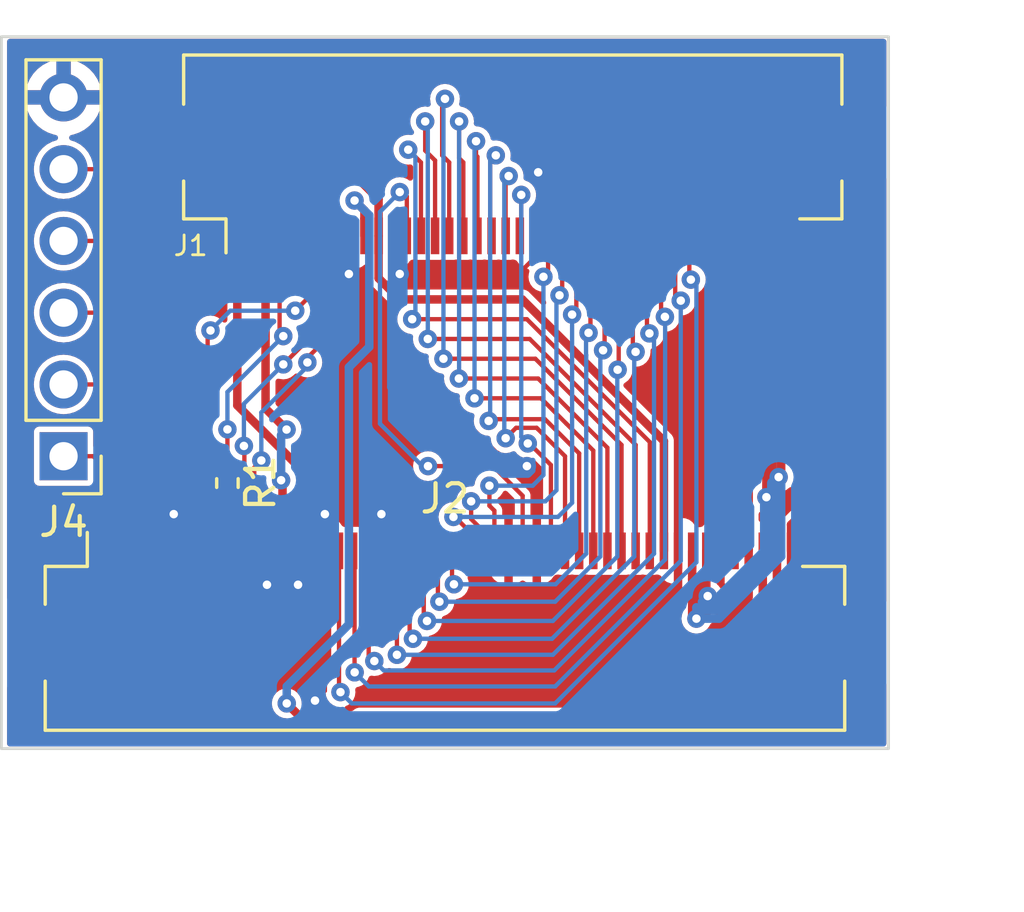
<source format=kicad_pcb>
(kicad_pcb (version 20240108) (generator "pcbnew") (generator_version "8.0")
  (layers (0 "F.Cu" signal) (31 "B.Cu" signal) (34 "B.Paste" user) (35 "F.Paste" user) (36 "B.SilkS" user "B.Silkscreen") (37 "F.SilkS" user "F.Silkscreen") (38 "B.Mask" user) (39 "F.Mask" user) (44 "Edge.Cuts" user))
  (net 0 "")
  (net 1 "VGL")
  (net 2 "GND")
  (net 3 "VGH")
  (net 4 "VCOM")
  (net 5 "VPOS")
  (net 6 "VNEG")
  (net 7 "+3V3")
  (net 10 "/BORDER")
  (net 14 "/GDOE")
  (net 15 "/GDCLK")
  (net 16 "/GDSP")
  (net 17 "/ESDCLK")
  (net 18 "/ED0")
  (net 19 "/ED8")
  (net 20 "/ED1")
  (net 21 "/ED9")
  (net 22 "/ED2")
  (net 23 "/ED10")
  (net 24 "/ED3")
  (net 25 "/ED11")
  (net 26 "/ED4")
  (net 27 "/ED12")
  (net 28 "/ED5")
  (net 29 "/ED13")
  (net 30 "/ED6")
  (net 31 "/ED14")
  (net 32 "/ED7")
  (net 33 "/ED15")
  (net 34 "/SDCE0")
  (net 35 "/ESDLE")
  (net 36 "/ESDOE")
  (net 39 "/SPI_VDD")
  (net 41 "/SPI_SCLK")
  (net 42 "Net-(J2-Pin_10)")
  (net 43 "/SPI_MISO")
  (net 44 "/SPI_MOSI")
  (net 45 "/SPI_NCS")
  (footprint "Connector_PinHeader_2.54mm:PinHeader_1x06_P2.54mm_Vertical" (layer "F.Cu") (at 150 87.85 180)
    (property "Reference" "J4" (at 0 -2.33 180) (layer "F.SilkS"))
    (property "Value" "DNP")
    (pad "1" thru_hole rect (at 0 0 180) (size 1.7 1.7) (drill 1) (layers "*.Cu" "*.Mask") (net 43 "/SPI_MISO"))
    (pad "2" thru_hole oval (at 0 2.54 180) (size 1.7 1.7) (drill 1) (layers "*.Cu" "*.Mask") (net 44 "/SPI_MOSI"))
    (pad "3" thru_hole oval (at 0 5.08 180) (size 1.7 1.7) (drill 1) (layers "*.Cu" "*.Mask") (net 45 "/SPI_NCS"))
    (pad "4" thru_hole oval (at 0 7.62 180) (size 1.7 1.7) (drill 1) (layers "*.Cu" "*.Mask") (net 41 "/SPI_SCLK"))
    (pad "5" thru_hole oval (at 0 10.16 180) (size 1.7 1.7) (drill 1) (layers "*.Cu" "*.Mask") (net 39 "/SPI_VDD"))
    (pad "6" thru_hole oval (at 0 12.7 180) (size 1.7 1.7) (drill 1) (layers "*.Cu" "*.Mask") (net 2 "GND"))
  )
  (footprint "Resistor_SMD:R_0402_1005Metric" (layer "F.Cu") (at 155.8 88.8 -90)
    (property "Reference" "R1" (at 0 -1.17 90) (layer "F.SilkS"))
    (property "Value" "10K")
    (pad "1" smd roundrect (at -0.51 0 270) (size 0.54 0.64) (layers "F.Cu" "F.Paste" "F.Mask") (net 7 "+3V3"))
    (pad "2" smd roundrect (at 0.51 0 270) (size 0.54 0.64) (layers "F.Cu" "F.Paste" "F.Mask") (net 42 "Net-(J2-Pin_10)"))
  )
  (footprint "footprints:Hirose_FH12-40S-0.5SH_1x40-1MP_P0.50mm_Horizontal_Reversed" (layer "F.Cu") (at 165.9 78.15 180)
    (property "Reference" "J1" (at 11.4 -2.25 0) (layer "F.SilkS") (effects (font (size 0.7 0.7) (thickness 0.1))))
    (property "Value" "FH12-40S-0.5SH")
    (pad "1" smd rect (at 9.75 -1.9) (size 0.3 1.3) (layers "F.Cu" "F.Paste" "F.Mask") (net 1 "VGL"))
    (pad "2" smd rect (at 9.25 -1.9) (size 0.3 1.3) (layers "F.Cu" "F.Paste" "F.Mask"))
    (pad "3" smd rect (at 8.75 -1.9) (size 0.3 1.3) (layers "F.Cu" "F.Paste" "F.Mask") (net 3 "VGH"))
    (pad "4" smd rect (at 8.25 -1.9) (size 0.3 1.3) (layers "F.Cu" "F.Paste" "F.Mask"))
    (pad "5" smd rect (at 7.75 -1.9) (size 0.3 1.3) (layers "F.Cu" "F.Paste" "F.Mask") (net 7 "+3V3"))
    (pad "6" smd rect (at 7.25 -1.9) (size 0.3 1.3) (layers "F.Cu" "F.Paste" "F.Mask") (net 14 "/GDOE"))
    (pad "7" smd rect (at 6.75 -1.9) (size 0.3 1.3) (layers "F.Cu" "F.Paste" "F.Mask") (net 15 "/GDCLK"))
    (pad "8" smd rect (at 6.25 -1.9) (size 0.3 1.3) (layers "F.Cu" "F.Paste" "F.Mask") (net 16 "/GDSP"))
    (pad "9" smd rect (at 5.75 -1.9) (size 0.3 1.3) (layers "F.Cu" "F.Paste" "F.Mask") (net 2 "GND"))
    (pad "10" smd rect (at 5.25 -1.9) (size 0.3 1.3) (layers "F.Cu" "F.Paste" "F.Mask") (net 4 "VCOM"))
    (pad "11" smd rect (at 4.75 -1.9) (size 0.3 1.3) (layers "F.Cu" "F.Paste" "F.Mask") (net 7 "+3V3"))
    (pad "12" smd rect (at 4.25 -1.9) (size 0.3 1.3) (layers "F.Cu" "F.Paste" "F.Mask") (net 2 "GND"))
    (pad "13" smd rect (at 3.75 -1.9) (size 0.3 1.3) (layers "F.Cu" "F.Paste" "F.Mask") (net 17 "/ESDCLK"))
    (pad "14" smd rect (at 3.25 -1.9) (size 0.3 1.3) (layers "F.Cu" "F.Paste" "F.Mask") (net 18 "/ED0"))
    (pad "15" smd rect (at 2.75 -1.9) (size 0.3 1.3) (layers "F.Cu" "F.Paste" "F.Mask") (net 20 "/ED1"))
    (pad "16" smd rect (at 2.25 -1.9) (size 0.3 1.3) (layers "F.Cu" "F.Paste" "F.Mask") (net 22 "/ED2"))
    (pad "17" smd rect (at 1.75 -1.9) (size 0.3 1.3) (layers "F.Cu" "F.Paste" "F.Mask") (net 24 "/ED3"))
    (pad "18" smd rect (at 1.25 -1.9) (size 0.3 1.3) (layers "F.Cu" "F.Paste" "F.Mask") (net 26 "/ED4"))
    (pad "19" smd rect (at 0.75 -1.9) (size 0.3 1.3) (layers "F.Cu" "F.Paste" "F.Mask") (net 28 "/ED5"))
    (pad "20" smd rect (at 0.25 -1.9) (size 0.3 1.3) (layers "F.Cu" "F.Paste" "F.Mask") (net 30 "/ED6"))
    (pad "21" smd rect (at -0.25 -1.9) (size 0.3 1.3) (layers "F.Cu" "F.Paste" "F.Mask") (net 32 "/ED7"))
    (pad "22" smd rect (at -0.75 -1.9) (size 0.3 1.3) (layers "F.Cu" "F.Paste" "F.Mask") (net 2 "GND"))
    (pad "23" smd rect (at -1.25 -1.9) (size 0.3 1.3) (layers "F.Cu" "F.Paste" "F.Mask") (net 19 "/ED8"))
    (pad "24" smd rect (at -1.75 -1.9) (size 0.3 1.3) (layers "F.Cu" "F.Paste" "F.Mask") (net 21 "/ED9"))
    (pad "25" smd rect (at -2.25 -1.9) (size 0.3 1.3) (layers "F.Cu" "F.Paste" "F.Mask") (net 23 "/ED10"))
    (pad "26" smd rect (at -2.75 -1.9) (size 0.3 1.3) (layers "F.Cu" "F.Paste" "F.Mask") (net 25 "/ED11"))
    (pad "27" smd rect (at -3.25 -1.9) (size 0.3 1.3) (layers "F.Cu" "F.Paste" "F.Mask") (net 27 "/ED12"))
    (pad "28" smd rect (at -3.75 -1.9) (size 0.3 1.3) (layers "F.Cu" "F.Paste" "F.Mask") (net 29 "/ED13"))
    (pad "29" smd rect (at -4.25 -1.9) (size 0.3 1.3) (layers "F.Cu" "F.Paste" "F.Mask") (net 31 "/ED14"))
    (pad "30" smd rect (at -4.75 -1.9) (size 0.3 1.3) (layers "F.Cu" "F.Paste" "F.Mask") (net 33 "/ED15"))
    (pad "31" smd rect (at -5.25 -1.9) (size 0.3 1.3) (layers "F.Cu" "F.Paste" "F.Mask") (net 34 "/SDCE0"))
    (pad "32" smd rect (at -5.75 -1.9) (size 0.3 1.3) (layers "F.Cu" "F.Paste" "F.Mask") (net 35 "/ESDLE"))
    (pad "33" smd rect (at -6.25 -1.9) (size 0.3 1.3) (layers "F.Cu" "F.Paste" "F.Mask") (net 36 "/ESDOE"))
    (pad "34" smd rect (at -6.75 -1.9) (size 0.3 1.3) (layers "F.Cu" "F.Paste" "F.Mask"))
    (pad "35" smd rect (at -7.25 -1.9) (size 0.3 1.3) (layers "F.Cu" "F.Paste" "F.Mask"))
    (pad "36" smd rect (at -7.75 -1.9) (size 0.3 1.3) (layers "F.Cu" "F.Paste" "F.Mask") (net 5 "VPOS"))
    (pad "37" smd rect (at -8.25 -1.9) (size 0.3 1.3) (layers "F.Cu" "F.Paste" "F.Mask"))
    (pad "38" smd rect (at -8.75 -1.9) (size 0.3 1.3) (layers "F.Cu" "F.Paste" "F.Mask") (net 6 "VNEG"))
    (pad "39" smd rect (at -9.25 -1.9) (size 0.3 1.3) (layers "F.Cu" "F.Paste" "F.Mask"))
    (pad "40" smd rect (at -9.75 -1.9) (size 0.3 1.3) (layers "F.Cu" "F.Paste" "F.Mask") (net 10 "/BORDER"))
    (pad "MP" smd rect (at -11.65 1.4 180) (size 1.8 2.2) (layers "F.Cu" "F.Paste" "F.Mask") (net 2 "GND"))
    (pad "MP" smd rect (at 11.65 1.4 180) (size 1.8 2.2) (layers "F.Cu" "F.Paste" "F.Mask") (net 2 "GND"))
  )
  (footprint "Connector_FFC-FPC:Hirose_FH12-50S-0.5SH_1x50-1MP_P0.50mm_Horizontal" (layer "F.Cu") (at 163.5 93.05)
    (property "Reference" "J2" (at 0 -3.7 0) (layer "F.SilkS"))
    (property "Value" "FH28-50S-0.5SH")
    (pad "1" smd rect (at -12.25 -1.85) (size 0.3 1.3) (layers "F.Cu" "F.Paste" "F.Mask") (net 43 "/SPI_MISO"))
    (pad "2" smd rect (at -11.75 -1.85) (size 0.3 1.3) (layers "F.Cu" "F.Paste" "F.Mask") (net 44 "/SPI_MOSI"))
    (pad "3" smd rect (at -11.25 -1.85) (size 0.3 1.3) (layers "F.Cu" "F.Paste" "F.Mask") (net 45 "/SPI_NCS"))
    (pad "4" smd rect (at -10.75 -1.85) (size 0.3 1.3) (layers "F.Cu" "F.Paste" "F.Mask") (net 41 "/SPI_SCLK"))
    (pad "5" smd rect (at -10.25 -1.85) (size 0.3 1.3) (layers "F.Cu" "F.Paste" "F.Mask") (net 39 "/SPI_VDD"))
    (pad "6" smd rect (at -9.75 -1.85) (size 0.3 1.3) (layers "F.Cu" "F.Paste" "F.Mask") (net 2 "GND"))
    (pad "7" smd rect (at -9.25 -1.85) (size 0.3 1.3) (layers "F.Cu" "F.Paste" "F.Mask"))
    (pad "8" smd rect (at -8.75 -1.85) (size 0.3 1.3) (layers "F.Cu" "F.Paste" "F.Mask"))
    (pad "9" smd rect (at -8.25 -1.85) (size 0.3 1.3) (layers "F.Cu" "F.Paste" "F.Mask") (net 14 "/GDOE"))
    (pad "10" smd rect (at -7.75 -1.85) (size 0.3 1.3) (layers "F.Cu" "F.Paste" "F.Mask") (net 42 "Net-(J2-Pin_10)"))
    (pad "11" smd rect (at -7.25 -1.85) (size 0.3 1.3) (layers "F.Cu" "F.Paste" "F.Mask") (net 15 "/GDCLK"))
    (pad "12" smd rect (at -6.75 -1.85) (size 0.3 1.3) (layers "F.Cu" "F.Paste" "F.Mask") (net 16 "/GDSP"))
    (pad "13" smd rect (at -6.25 -1.85) (size 0.3 1.3) (layers "F.Cu" "F.Paste" "F.Mask") (net 2 "GND"))
    (pad "14" smd rect (at -5.75 -1.85) (size 0.3 1.3) (layers "F.Cu" "F.Paste" "F.Mask") (net 3 "VGH"))
    (pad "15" smd rect (at -5.25 -1.85) (size 0.3 1.3) (layers "F.Cu" "F.Paste" "F.Mask") (net 2 "GND"))
    (pad "16" smd rect (at -4.75 -1.85) (size 0.3 1.3) (layers "F.Cu" "F.Paste" "F.Mask") (net 1 "VGL"))
    (pad "17" smd rect (at -4.25 -1.85) (size 0.3 1.3) (layers "F.Cu" "F.Paste" "F.Mask") (net 2 "GND"))
    (pad "18" smd rect (at -3.75 -1.85) (size 0.3 1.3) (layers "F.Cu" "F.Paste" "F.Mask") (net 36 "/ESDOE"))
    (pad "19" smd rect (at -3.25 -1.85) (size 0.3 1.3) (layers "F.Cu" "F.Paste" "F.Mask") (net 35 "/ESDLE"))
    (pad "20" smd rect (at -2.75 -1.85) (size 0.3 1.3) (layers "F.Cu" "F.Paste" "F.Mask") (net 34 "/SDCE0"))
    (pad "21" smd rect (at -2.25 -1.85) (size 0.3 1.3) (layers "F.Cu" "F.Paste" "F.Mask") (net 2 "GND"))
    (pad "22" smd rect (at -1.75 -1.85) (size 0.3 1.3) (layers "F.Cu" "F.Paste" "F.Mask") (net 33 "/ED15"))
    (pad "23" smd rect (at -1.25 -1.85) (size 0.3 1.3) (layers "F.Cu" "F.Paste" "F.Mask") (net 31 "/ED14"))
    (pad "24" smd rect (at -0.75 -1.85) (size 0.3 1.3) (layers "F.Cu" "F.Paste" "F.Mask") (net 29 "/ED13"))
    (pad "25" smd rect (at -0.25 -1.85) (size 0.3 1.3) (layers "F.Cu" "F.Paste" "F.Mask") (net 27 "/ED12"))
    (pad "26" smd rect (at 0.25 -1.85) (size 0.3 1.3) (layers "F.Cu" "F.Paste" "F.Mask") (net 25 "/ED11"))
    (pad "27" smd rect (at 0.75 -1.85) (size 0.3 1.3) (layers "F.Cu" "F.Paste" "F.Mask") (net 23 "/ED10"))
    (pad "28" smd rect (at 1.25 -1.85) (size 0.3 1.3) (layers "F.Cu" "F.Paste" "F.Mask") (net 21 "/ED9"))
    (pad "29" smd rect (at 1.75 -1.85) (size 0.3 1.3) (layers "F.Cu" "F.Paste" "F.Mask") (net 19 "/ED8"))
    (pad "30" smd rect (at 2.25 -1.85) (size 0.3 1.3) (layers "F.Cu" "F.Paste" "F.Mask") (net 2 "GND"))
    (pad "31" smd rect (at 2.75 -1.85) (size 0.3 1.3) (layers "F.Cu" "F.Paste" "F.Mask") (net 17 "/ESDCLK"))
    (pad "32" smd rect (at 3.25 -1.85) (size 0.3 1.3) (layers "F.Cu" "F.Paste" "F.Mask") (net 2 "GND"))
    (pad "33" smd rect (at 3.75 -1.85) (size 0.3 1.3) (layers "F.Cu" "F.Paste" "F.Mask") (net 32 "/ED7"))
    (pad "34" smd rect (at 4.25 -1.85) (size 0.3 1.3) (layers "F.Cu" "F.Paste" "F.Mask") (net 30 "/ED6"))
    (pad "35" smd rect (at 4.75 -1.85) (size 0.3 1.3) (layers "F.Cu" "F.Paste" "F.Mask") (net 28 "/ED5"))
    (pad "36" smd rect (at 5.25 -1.85) (size 0.3 1.3) (layers "F.Cu" "F.Paste" "F.Mask") (net 26 "/ED4"))
    (pad "37" smd rect (at 5.75 -1.85) (size 0.3 1.3) (layers "F.Cu" "F.Paste" "F.Mask") (net 24 "/ED3"))
    (pad "38" smd rect (at 6.25 -1.85) (size 0.3 1.3) (layers "F.Cu" "F.Paste" "F.Mask") (net 22 "/ED2"))
    (pad "39" smd rect (at 6.75 -1.85) (size 0.3 1.3) (layers "F.Cu" "F.Paste" "F.Mask") (net 20 "/ED1"))
    (pad "40" smd rect (at 7.25 -1.85) (size 0.3 1.3) (layers "F.Cu" "F.Paste" "F.Mask") (net 18 "/ED0"))
    (pad "41" smd rect (at 7.75 -1.85) (size 0.3 1.3) (layers "F.Cu" "F.Paste" "F.Mask") (net 7 "+3V3"))
    (pad "42" smd rect (at 8.25 -1.85) (size 0.3 1.3) (layers "F.Cu" "F.Paste" "F.Mask") (net 2 "GND"))
    (pad "43" smd rect (at 8.75 -1.85) (size 0.3 1.3) (layers "F.Cu" "F.Paste" "F.Mask") (net 6 "VNEG"))
    (pad "44" smd rect (at 9.25 -1.85) (size 0.3 1.3) (layers "F.Cu" "F.Paste" "F.Mask") (net 6 "VNEG"))
    (pad "45" smd rect (at 9.75 -1.85) (size 0.3 1.3) (layers "F.Cu" "F.Paste" "F.Mask") (net 2 "GND"))
    (pad "46" smd rect (at 10.25 -1.85) (size 0.3 1.3) (layers "F.Cu" "F.Paste" "F.Mask") (net 5 "VPOS"))
    (pad "47" smd rect (at 10.75 -1.85) (size 0.3 1.3) (layers "F.Cu" "F.Paste" "F.Mask") (net 5 "VPOS"))
    (pad "48" smd rect (at 11.25 -1.85) (size 0.3 1.3) (layers "F.Cu" "F.Paste" "F.Mask") (net 4 "VCOM"))
    (pad "49" smd rect (at 11.75 -1.85) (size 0.3 1.3) (layers "F.Cu" "F.Paste" "F.Mask") (net 2 "GND"))
    (pad "50" smd rect (at 12.25 -1.85) (size 0.3 1.3) (layers "F.Cu" "F.Paste" "F.Mask") (net 10 "/BORDER"))
    (pad "MP" smd rect (at -14.15 1.4) (size 1.8 2.2) (layers "F.Cu" "F.Paste" "F.Mask") (net 2 "GND"))
    (pad "MP" smd rect (at 14.15 1.4) (size 1.8 2.2) (layers "F.Cu" "F.Paste" "F.Mask") (net 2 "GND"))
  )
  (gr_rect (start 147.8 73) (end 179.2 98.2) (stroke (width 0.1)) (fill none) (layer "Edge.Cuts"))
  (segment (start 158.6226 90.159878) (end 158.6226 88.5226) (width 0.3) (layer "F.Cu") (net 1))
  (segment (start 158.75 91.2) (end 158.75 90.287278) (width 0.3) (layer "F.Cu") (net 1))
  (segment (start 156.15 86.05) (end 156.15 80.05) (width 0.3) (layer "F.Cu") (net 1))
  (segment (start 158.6226 88.5226) (end 156.15 86.05) (width 0.3) (layer "F.Cu") (net 1))
  (segment (start 158.75 90.287278) (end 158.6226 90.159878) (width 0.3) (layer "F.Cu") (net 1))
  (segment (start 166.4 88.2) (end 165.735422 88.2) (width 0.3) (layer "F.Cu") (net 2))
  (segment (start 153.75 90.05) (end 153.9 89.9) (width 0.1524) (layer "F.Cu") (net 2))
  (segment (start 161.25 88.95) (end 160.1 87.8) (width 0.3) (layer "F.Cu") (net 2))
  (segment (start 157.25 92.35) (end 157.2 92.4) (width 0.1524) (layer "F.Cu") (net 2))
  (segment (start 159.25 91.2) (end 159.25 96.15) (width 0.1524) (layer "F.Cu") (net 2))
  (segment (start 159.25 96.15) (end 158.9 96.5) (width 0.1524) (layer "F.Cu") (net 2))
  (segment (start 166.8 79.0976) (end 166.8 77.8) (width 0.1524) (layer "F.Cu") (net 2))
  (segment (start 160.1 82.6) (end 160.1 81.4) (width 0.3) (layer "F.Cu") (net 2))
  (segment (start 159.25 91.2) (end 159.25 88.65) (width 0.3) (layer "F.Cu") (net 2))
  (segment (start 165.735422 88.2) (end 165.335422 87.8) (width 0.3) (layer "F.Cu") (net 2))
  (segment (start 153.75 91.2) (end 153.75 90.05) (width 0.1524) (layer "F.Cu") (net 2))
  (segment (start 160.15 81.35) (end 160.1 81.4) (width 0.3) (layer "F.Cu") (net 2))
  (segment (start 158.25 91.2) (end 158.25 92.35) (width 0.1524) (layer "F.Cu") (net 2))
  (segment (start 166.65 80.85) (end 166.1 81.4) (width 0.1524) (layer "F.Cu") (net 2))
  (segment (start 158.25 92.35) (end 158.3 92.4) (width 0.1524) (layer "F.Cu") (net 2))
  (segment (start 165.3 87.8) (end 160.1 82.6) (width 0.3) (layer "F.Cu") (net 2))
  (segment (start 165.335422 87.8) (end 165.3 87.8) (width 0.3) (layer "F.Cu") (net 2))
  (segment (start 166.75 91.2) (end 166.75 88.55) (width 0.1524) (layer "F.Cu") (net 2))
  (segment (start 166.65 80.05) (end 166.65 79.2476) (width 0.1524) (layer "F.Cu") (net 2))
  (segment (start 166.75 88.55) (end 166.4 88.2) (width 0.1524) (layer "F.Cu") (net 2))
  (segment (start 166.1 81.4) (end 161.9 81.4) (width 0.1524) (layer "F.Cu") (net 2))
  (segment (start 159.25 88.65) (end 160.1 87.8) (width 0.3) (layer "F.Cu") (net 2))
  (segment (start 157.25 91.2) (end 157.25 92.35) (width 0.1524) (layer "F.Cu") (net 2))
  (segment (start 160.1 87.8) (end 160.1 81.4) (width 0.3) (layer "F.Cu") (net 2))
  (segment (start 161.25 91.2) (end 161.25 88.95) (width 0.3) (layer "F.Cu") (net 2))
  (segment (start 160.15 80.05) (end 160.15 81.35) (width 0.3) (layer "F.Cu") (net 2))
  (segment (start 161.65 80.05) (end 161.65 81.15) (width 0.3) (layer "F.Cu") (net 2))
  (segment (start 161.65 81.15) (end 161.9 81.4) (width 0.3) (layer "F.Cu") (net 2))
  (segment (start 166.65 79.2476) (end 166.8 79.0976) (width 0.1524) (layer "F.Cu") (net 2))
  (segment (start 166.65 80.05) (end 166.65 80.85) (width 0.1524) (layer "F.Cu") (net 2))
  (via (at 158.9 96.5) (size 0.65) (drill 0.3) (layers "F.Cu" "B.Cu") (net 2))
  (via (at 161.9 81.4) (size 0.65) (drill 0.3) (layers "F.Cu" "B.Cu") (net 2))
  (via (at 161.25 89.9) (size 0.65) (drill 0.3) (layers "F.Cu" "B.Cu") (net 2))
  (via (at 166.4 88.2) (size 0.65) (drill 0.3) (layers "F.Cu" "B.Cu") (net 2))
  (via (at 160.1 81.4) (size 0.65) (drill 0.3) (layers "F.Cu" "B.Cu") (net 2))
  (via (at 159.25 89.9) (size 0.65) (drill 0.3) (layers "F.Cu" "B.Cu") (net 2))
  (via (at 153.9 89.9) (size 0.65) (drill 0.3) (layers "F.Cu" "B.Cu") (net 2))
  (via (at 157.2 92.4) (size 0.65) (drill 0.3) (layers "F.Cu" "B.Cu") (net 2))
  (via (at 158.3 92.4) (size 0.65) (drill 0.3) (layers "F.Cu" "B.Cu") (net 2))
  (via (at 166.8 77.8) (size 0.65) (drill 0.3) (layers "F.Cu" "B.Cu") (net 2))
  (segment (start 161.6 85.4) (end 164.4 88.2) (width 0.3) (layer "B.Cu") (net 2))
  (segment (start 164.4 88.2) (end 162.7 89.9) (width 0.3) (layer "B.Cu") (net 2))
  (segment (start 161.6 81.7) (end 161.6 85.4) (width 0.3) (layer "B.Cu") (net 2))
  (segment (start 161.9 81.4) (end 161.6 81.7) (width 0.3) (layer "B.Cu") (net 2))
  (segment (start 162.7 89.9) (end 161.25 89.9) (width 0.3) (layer "B.Cu") (net 2))
  (segment (start 164.4 88.2) (end 166.4 88.2) (width 0.3) (layer "B.Cu") (net 2))
  (segment (start 157.15 86.162722) (end 157.893639 86.906361) (width 0.3) (layer "F.Cu") (net 3))
  (segment (start 157.75 88.75) (end 157.7 88.7) (width 0.3) (layer "F.Cu") (net 3))
  (segment (start 157.75 91.2) (end 157.75 88.75) (width 0.3) (layer "F.Cu") (net 3))
  (segment (start 157.15 80.05) (end 157.15 86.162722) (width 0.3) (layer "F.Cu") (net 3))
  (via (at 157.7 88.7) (size 0.65) (drill 0.3) (layers "F.Cu" "B.Cu") (net 3))
  (via (at 157.893639 86.906361) (size 0.65) (drill 0.3) (layers "F.Cu" "B.Cu") (net 3))
  (segment (start 157.7 87.1) (end 157.893639 86.906361) (width 0.3) (layer "B.Cu") (net 3))
  (segment (start 157.7 88.7) (end 157.7 87.1) (width 0.3) (layer "B.Cu") (net 3))
  (segment (start 160.3726 97.2274) (end 160.5 97.1) (width 0.3) (layer "F.Cu") (net 4))
  (segment (start 174.75 93.05) (end 174.75 91.2) (width 0.3) (layer "F.Cu") (net 4))
  (segment (start 157.9 96.6) (end 158.5274 97.2274) (width 0.3) (layer "F.Cu") (net 4))
  (segment (start 170.7 97.1) (end 174.75 93.05) (width 0.3) (layer "F.Cu") (net 4))
  (segment (start 160.5 97.1) (end 170.7 97.1) (width 0.3) (layer "F.Cu") (net 4))
  (segment (start 158.5274 97.2274) (end 160.3726 97.2274) (width 0.3) (layer "F.Cu") (net 4))
  (segment (start 160.3 78.8) (end 160.65 79.15) (width 0.3) (layer "F.Cu") (net 4))
  (segment (start 160.65 79.15) (end 160.65 80.05) (width 0.3) (layer "F.Cu") (net 4))
  (via (at 160.3 78.8) (size 0.65) (drill 0.3) (layers "F.Cu" "B.Cu") (net 4))
  (via (at 157.9 96.6) (size 0.65) (drill 0.3) (layers "F.Cu" "B.Cu") (net 4))
  (segment (start 157.9 96.6) (end 157.9 96) (width 0.3) (layer "B.Cu") (net 4))
  (segment (start 157.9 96) (end 160.1 93.8) (width 0.3) (layer "B.Cu") (net 4))
  (segment (start 160.1 84.7) (end 160.8214 83.9786) (width 0.3) (layer "B.Cu") (net 4))
  (segment (start 160.1 93.8) (end 160.1 84.7) (width 0.3) (layer "B.Cu") (net 4))
  (segment (start 160.8214 79.3214) (end 160.3 78.8) (width 0.3) (layer "B.Cu") (net 4))
  (segment (start 160.8214 83.9786) (end 160.8214 79.3214) (width 0.3) (layer "B.Cu") (net 4))
  (segment (start 174.25 90) (end 174.25 81.95) (width 0.3) (layer "F.Cu") (net 5))
  (segment (start 174 89.9) (end 174 82.05) (width 0.3) (layer "F.Cu") (net 5))
  (segment (start 173.75 81.45) (end 173.65 81.35) (width 0.3) (layer "F.Cu") (net 5))
  (segment (start 173.75 91.2) (end 173.75 89.9) (width 0.3) (layer "F.Cu") (net 5))
  (segment (start 173.75 81.8) (end 173.75 81.45) (width 0.3) (layer "F.Cu") (net 5))
  (segment (start 174.25 81.95) (end 173.65 81.35) (width 0.3) (layer "F.Cu") (net 5))
  (segment (start 173.75 89.9) (end 174 89.9) (width 0.3) (layer "F.Cu") (net 5))
  (segment (start 173.75 89.9) (end 173.75 81.8) (width 0.3) (layer "F.Cu") (net 5))
  (segment (start 174.15 89.9) (end 174.25 90) (width 0.3) (layer "F.Cu") (net 5))
  (segment (start 174 82.05) (end 173.75 81.8) (width 0.3) (layer "F.Cu") (net 5))
  (segment (start 173.65 81.35) (end 173.65 80.05) (width 0.3) (layer "F.Cu") (net 5))
  (segment (start 174.25 91.2) (end 174.25 90) (width 0.3) (layer "F.Cu") (net 5))
  (segment (start 174 89.9) (end 174.15 89.9) (width 0.3) (layer "F.Cu") (net 5))
  (segment (start 172.75 91.2) (end 172.75 92.2) (width 0.3) (layer "F.Cu") (net 6))
  (segment (start 175.4 82.2) (end 174.8774 81.6774) (width 0.3) (layer "F.Cu") (net 6))
  (segment (start 172.5 92.2) (end 172.75 92.2) (width 0.3) (layer "F.Cu") (net 6))
  (segment (start 175.3 82.1) (end 174.8774 82.1) (width 0.3) (layer "F.Cu") (net 6))
  (segment (start 175.1 88.4) (end 175.1 82.3) (width 0.3) (layer "F.Cu") (net 6))
  (segment (start 172.75 92.2) (end 172.75 92.75) (width 0.3) (layer "F.Cu") (net 6))
  (segment (start 175.3113 88.5887) (end 175.2887 88.5887) (width 0.3) (layer "F.Cu") (net 6))
  (segment (start 175.3113 88.5887) (end 175.4 88.5) (width 0.3) (layer "F.Cu") (net 6))
  (segment (start 172.6 93.6) (end 172.4 93.6) (width 0.3) (layer "F.Cu") (net 6))
  (segment (start 172.25 92.2) (end 172.5 92.2) (width 0.3) (layer "F.Cu") (net 6))
  (segment (start 172.25 91.2) (end 172.25 92.2) (width 0.3) (layer "F.Cu") (net 6))
  (segment (start 174.8774 81.6774) (end 174.8774 82.1) (width 0.3) (layer "F.Cu") (net 6))
  (segment (start 172.5 93.5) (end 172.4 93.6) (width 0.3) (layer "F.Cu") (net 6))
  (segment (start 172.5 92.2) (end 172.5 93.5) (width 0.3) (layer "F.Cu") (net 6))
  (segment (start 175.2887 88.5887) (end 175.1 88.4) (width 0.3) (layer "F.Cu") (net 6))
  (segment (start 172.75 92.75) (end 172.8 92.8) (width 0.3) (layer "F.Cu") (net 6))
  (segment (start 172.75 92.2) (end 172.75 93.45) (width 0.3) (layer "F.Cu") (net 6))
  (segment (start 175.1 82.3) (end 175.3 82.1) (width 0.3) (layer "F.Cu") (net 6))
  (segment (start 175.4 88.5) (end 175.4 82.2) (width 0.3) (layer "F.Cu") (net 6))
  (segment (start 172.25 92.2) (end 172.25 93.45) (width 0.3) (layer "F.Cu") (net 6))
  (segment (start 174.8774 82.1) (end 174.8774 89.3) (width 0.3) (layer "F.Cu") (net 6))
  (segment (start 172.75 93.45) (end 172.6 93.6) (width 0.3) (layer "F.Cu") (net 6))
  (segment (start 172.25 93.45) (end 172.4 93.6) (width 0.3) (layer "F.Cu") (net 6))
  (segment (start 174.65 81.45) (end 174.8774 81.6774) (width 0.3) (layer "F.Cu") (net 6))
  (segment (start 174.65 80.05) (end 174.65 81.45) (width 0.3) (layer "F.Cu") (net 6))
  (via (at 175.3113 88.5887) (size 0.65) (drill 0.3) (layers "F.Cu" "B.Cu") (net 6))
  (via (at 172.4 93.6) (size 0.65) (drill 0.3) (layers "F.Cu" "B.Cu") (net 6))
  (via (at 174.8774 89.3) (size 0.65) (drill 0.3) (layers "F.Cu" "B.Cu") (net 6))
  (via (at 172.8 92.8) (size 0.65) (drill 0.3) (layers "F.Cu" "B.Cu") (net 6))
  (segment (start 175.1 88.8) (end 175.3113 88.5887) (width 0.3) (layer "B.Cu") (net 6))
  (segment (start 175.3113 88.5887) (end 175.4 88.6774) (width 0.3) (layer "B.Cu") (net 6))
  (segment (start 172.5 93.3) (end 173.1 93.3) (width 0.3) (layer "B.Cu") (net 6))
  (segment (start 172.4 93.2) (end 172.5 93.3) (width 0.3) (layer "B.Cu") (net 6))
  (segment (start 172.8 93) (end 172.9 93.1) (width 0.3) (layer "B.Cu") (net 6))
  (segment (start 174.8 91.2) (end 174.8 89.3774) (width 0.3) (layer "B.Cu") (net 6))
  (segment (start 172.6 93) (end 172.8 92.8) (width 0.3) (layer "B.Cu") (net 6))
  (segment (start 172.6 93.1) (end 172.6 93) (width 0.3) (layer "B.Cu") (net 6))
  (segment (start 172.8 92.8) (end 172.8 93) (width 0.3) (layer "B.Cu") (net 6))
  (segment (start 175.4 88.6774) (end 175.4 91.4) (width 0.3) (layer "B.Cu") (net 6))
  (segment (start 172.9 93.1) (end 174.8 91.2) (width 0.3) (layer "B.Cu") (net 6))
  (segment (start 175.4 91.4) (end 173.2 93.6) (width 0.3) (layer "B.Cu") (net 6))
  (segment (start 172.4 93.6) (end 172.4 93.2) (width 0.3) (layer "B.Cu") (net 6))
  (segment (start 173.2 93.6) (end 172.4 93.6) (width 0.3) (layer "B.Cu") (net 6))
  (segment (start 175.1 91.3) (end 175.1 88.8) (width 0.4) (layer "B.Cu") (net 6))
  (segment (start 173.1 93.3) (end 175.1 91.3) (width 0.3) (layer "B.Cu") (net 6))
  (segment (start 174.8 89.3774) (end 174.8774 89.3) (width 0.3) (layer "B.Cu") (net 6))
  (segment (start 160.5 78.1) (end 161.15 78.75) (width 0.3) (layer "F.Cu") (net 7))
  (segment (start 161.9 82.3) (end 161.15 81.55) (width 0.3) (layer "F.Cu") (net 7))
  (segment (start 161.15 81.55) (end 161.15 80.05) (width 0.3) (layer "F.Cu") (net 7))
  (segment (start 157.7774 83.6) (end 157.6464 83.469) (width 0.1524) (layer "F.Cu") (net 7))
  (segment (start 157.6464 83.469) (end 157.6464 82.1536) (width 0.1524) (layer "F.Cu") (net 7))
  (segment (start 158.15 81.65) (end 158.15 80.05) (width 0.1524) (layer "F.Cu") (net 7))
  (segment (start 157.6464 82.1536) (end 158.15 81.65) (width 0.1524) (layer "F.Cu") (net 7))
  (segment (start 158.15 80.05) (end 158.15 78.55) (width 0.3) (layer "F.Cu") (net 7))
  (segment (start 158.6 78.1) (end 160.5 78.1) (width 0.3) (layer "F.Cu") (net 7))
  (segment (start 166.235422 82.3) (end 161.9 82.3) (width 0.3) (layer "F.Cu") (net 7))
  (segment (start 155.8 88.29) (end 155.8 86.9) (width 0.1524) (layer "F.Cu") (net 7))
  (segment (start 161.15 78.75) (end 161.15 80.05) (width 0.3) (layer "F.Cu") (net 7))
  (segment (start 171.25 87.314578) (end 166.235422 82.3) (width 0.3) (layer "F.Cu") (net 7))
  (segment (start 171.25 91.2) (end 171.25 87.314578) (width 0.3) (layer "F.Cu") (net 7))
  (segment (start 158.15 78.55) (end 158.6 78.1) (width 0.3) (layer "F.Cu") (net 7))
  (via (at 155.8 86.9) (size 0.65) (drill 0.3) (layers "F.Cu" "B.Cu") (net 7))
  (via (at 157.7774 83.6) (size 0.65) (drill 0.3) (layers "F.Cu" "B.Cu") (net 7))
  (segment (start 155.8 86.9) (end 155.8 85.5774) (width 0.1524) (layer "B.Cu") (net 7))
  (segment (start 155.8 85.5774) (end 157.7774 83.6) (width 0.1524) (layer "B.Cu") (net 7))
  (segment (start 175.65 81.35) (end 175.65 80.05) (width 0.3) (layer "F.Cu") (net 10))
  (segment (start 175.75 91.2) (end 175.75 90.275) (width 0.3) (layer "F.Cu") (net 10))
  (segment (start 176.2 81.9) (end 175.65 81.35) (width 0.3) (layer "F.Cu") (net 10))
  (segment (start 175.75 90.275) (end 176.2 89.825) (width 0.3) (layer "F.Cu") (net 10))
  (segment (start 176.2 89.825) (end 176.2 81.9) (width 0.3) (layer "F.Cu") (net 10))
  (segment (start 155.1 83.5) (end 155.2 83.4) (width 0.1524) (layer "F.Cu") (net 14))
  (segment (start 155.25 91.2) (end 155.25 90.4714) (width 0.1524) (layer "F.Cu") (net 14))
  (segment (start 155.1 90.3214) (end 155.1 83.5) (width 0.1524) (layer "F.Cu") (net 14))
  (segment (start 158.65 82.25) (end 158.65 80.05) (width 0.1524) (layer "F.Cu") (net 14))
  (segment (start 158.2 82.7) (end 158.65 82.25) (width 0.1524) (layer "F.Cu") (net 14))
  (segment (start 155.25 90.4714) (end 155.1 90.3214) (width 0.1524) (layer "F.Cu") (net 14))
  (via (at 158.2 82.7) (size 0.65) (drill 0.3) (layers "F.Cu" "B.Cu") (net 14))
  (via (at 155.2 83.4) (size 0.65) (drill 0.3) (layers "F.Cu" "B.Cu") (net 14))
  (segment (start 155.9 82.7) (end 158.2 82.7) (width 0.1524) (layer "B.Cu") (net 14))
  (segment (start 155.2 83.4) (end 155.9 82.7) (width 0.1524) (layer "B.Cu") (net 14))
  (segment (start 157.7774 84.6) (end 159.15 83.2274) (width 0.1524) (layer "F.Cu") (net 15))
  (segment (start 156.4 87.502737) (end 156.4 90.2476) (width 0.1524) (layer "F.Cu") (net 15))
  (segment (start 156.25 90.3976) (end 156.25 91.2) (width 0.1524) (layer "F.Cu") (net 15))
  (segment (start 156.383577 87.486314) (end 156.4 87.502737) (width 0.1524) (layer "F.Cu") (net 15))
  (segment (start 159.15 83.2274) (end 159.15 80.05) (width 0.1524) (layer "F.Cu") (net 15))
  (segment (start 156.4 90.2476) (end 156.25 90.3976) (width 0.1524) (layer "F.Cu") (net 15))
  (via (at 157.7774 84.6) (size 0.65) (drill 0.3) (layers "F.Cu" "B.Cu") (net 15))
  (via (at 156.383577 87.486314) (size 0.65) (drill 0.3) (layers "F.Cu" "B.Cu") (net 15))
  (segment (start 156.383577 85.993823) (end 157.7774 84.6) (width 0.1524) (layer "B.Cu") (net 15))
  (segment (start 156.383577 87.486314) (end 156.383577 85.993823) (width 0.1524) (layer "B.Cu") (net 15))
  (segment (start 159.65 80.95) (end 159.65 80.05) (width 0.1524) (layer "F.Cu") (net 16))
  (segment (start 158.630155 84.530155) (end 158.630155 84.369845) (width 0.1524) (layer "F.Cu") (net 16))
  (segment (start 156.75 91.2) (end 156.75 88.25) (width 0.1524) (layer "F.Cu") (net 16))
  (segment (start 159.5 83.5) (end 159.5 81.1) (width 0.1524) (layer "F.Cu") (net 16))
  (segment (start 158.630155 84.369845) (end 159.5 83.5) (width 0.1524) (layer "F.Cu") (net 16))
  (segment (start 156.75 88.25) (end 157 88) (width 0.1524) (layer "F.Cu") (net 16))
  (segment (start 159.5 81.1) (end 159.65 80.95) (width 0.1524) (layer "F.Cu") (net 16))
  (via (at 157 88) (size 0.65) (drill 0.3) (layers "F.Cu" "B.Cu") (net 16))
  (via (at 158.630155 84.530155) (size 0.65) (drill 0.3) (layers "F.Cu" "B.Cu") (net 16))
  (segment (start 157.9 85.4) (end 158.630155 84.669845) (width 0.1524) (layer "B.Cu") (net 16))
  (segment (start 158.630155 84.669845) (end 158.630155 84.530155) (width 0.1524) (layer "B.Cu") (net 16))
  (segment (start 157 86.3) (end 157.9 85.4) (width 0.1524) (layer "B.Cu") (net 16))
  (segment (start 157 88) (end 157 86.3) (width 0.1524) (layer "B.Cu") (net 16))
  (segment (start 165.2 88.2) (end 166.25 89.25) (width 0.1524) (layer "F.Cu") (net 17))
  (segment (start 162.15 78.65) (end 162.15 80.05) (width 0.1524) (layer "F.Cu") (net 17))
  (segment (start 166.25 89.25) (end 166.25 91.2) (width 0.1524) (layer "F.Cu") (net 17))
  (segment (start 162.9 88.2) (end 165.2 88.2) (width 0.1524) (layer "F.Cu") (net 17))
  (segment (start 162 78.5) (end 162.15 78.65) (width 0.1524) (layer "F.Cu") (net 17))
  (segment (start 161.9 78.5) (end 162 78.5) (width 0.1524) (layer "F.Cu") (net 17))
  (via (at 162.9 88.2) (size 0.65) (drill 0.3) (layers "F.Cu" "B.Cu") (net 17))
  (via (at 161.9 78.5) (size 0.65) (drill 0.3) (layers "F.Cu" "B.Cu") (net 17))
  (segment (start 161.2 86.7) (end 161.2 79.2) (width 0.1524) (layer "B.Cu") (net 17))
  (segment (start 161.2 79.2) (end 161.9 78.5) (width 0.1524) (layer "B.Cu") (net 17))
  (segment (start 162.7 88.2) (end 161.2 86.7) (width 0.1524) (layer "B.Cu") (net 17))
  (segment (start 162.9 88.2) (end 162.7 88.2) (width 0.1524) (layer "B.Cu") (net 17))
  (segment (start 170.1 86.7) (end 166.4 83) (width 0.1524) (layer "F.Cu") (net 18))
  (segment (start 162.65 77.45) (end 162.65 80.05) (width 0.1524) (layer "F.Cu") (net 18))
  (segment (start 170.75 91.2) (end 170.75 87.35) (width 0.1524) (layer "F.Cu") (net 18))
  (segment (start 166.4 83) (end 162.3392 83) (width 0.1524) (layer "F.Cu") (net 18))
  (segment (start 162.2 77) (end 162.65 77.45) (width 0.1524) (layer "F.Cu") (net 18))
  (segment (start 170.75 87.35) (end 170.1 86.7) (width 0.1524) (layer "F.Cu") (net 18))
  (via (at 162.3392 83) (size 0.65) (drill 0.3) (layers "F.Cu" "B.Cu") (net 18))
  (via (at 162.2 77) (size 0.65) (drill 0.3) (layers "F.Cu" "B.Cu") (net 18))
  (segment (start 162.3392 83) (end 162.4536 82.8856) (width 0.1524) (layer "B.Cu") (net 18))
  (segment (start 162.4536 77.2536) (end 162.2 77) (width 0.1524) (layer "B.Cu") (net 18))
  (segment (start 162.4536 82.8856) (end 162.4536 77.2536) (width 0.1524) (layer "B.Cu") (net 18))
  (segment (start 165.074141 89.60345) (end 165.25 89.779309) (width 0.1524) (layer "F.Cu") (net 19))
  (segment (start 166.985508 81.5) (end 167.15 81.335508) (width 0.1524) (layer "F.Cu") (net 19))
  (segment (start 167.15 81.335508) (end 167.15 80.05) (width 0.1524) (layer "F.Cu") (net 19))
  (segment (start 165.25 89.779309) (end 165.25 91.2) (width 0.1524) (layer "F.Cu") (net 19))
  (segment (start 165.074141 88.8928) (end 165.074141 89.60345) (width 0.1524) (layer "F.Cu") (net 19))
  (via (at 166.985508 81.5) (size 0.65) (drill 0.3) (layers "F.Cu" "B.Cu") (net 19))
  (via (at 165.074141 88.8928) (size 0.65) (drill 0.3) (layers "F.Cu" "B.Cu") (net 19))
  (segment (start 166.985508 81.5) (end 166.985508 88.514492) (width 0.1524) (layer "B.Cu") (net 19))
  (segment (start 166.985508 88.514492) (end 166.6072 88.8928) (width 0.1524) (layer "B.Cu") (net 19))
  (segment (start 166.6072 88.8928) (end 165.074141 88.8928) (width 0.1524) (layer "B.Cu") (net 19))
  (segment (start 166.5 83.7) (end 162.8928 83.7) (width 0.1524) (layer "F.Cu") (net 20))
  (segment (start 162.8 77.031052) (end 163.15 77.381052) (width 0.1524) (layer "F.Cu") (net 20))
  (segment (start 162.8 76) (end 162.8 77.031052) (width 0.1524) (layer "F.Cu") (net 20))
  (segment (start 170.25 91.2) (end 170.25 87.45) (width 0.1524) (layer "F.Cu") (net 20))
  (segment (start 170.25 87.45) (end 169.4 86.6) (width 0.1524) (layer "F.Cu") (net 20))
  (segment (start 163.15 77.381052) (end 163.15 80.05) (width 0.1524) (layer "F.Cu") (net 20))
  (segment (start 169.4 86.6) (end 166.5 83.7) (width 0.1524) (layer "F.Cu") (net 20))
  (via (at 162.8 76) (size 0.65) (drill 0.3) (layers "F.Cu" "B.Cu") (net 20))
  (via (at 162.8928 83.7) (size 0.65) (drill 0.3) (layers "F.Cu" "B.Cu") (net 20))
  (segment (start 162.8928 83.7) (end 162.8928 76.0928) (width 0.1524) (layer "B.Cu") (net 20))
  (segment (start 162.8928 76.0928) (end 162.8 76) (width 0.1524) (layer "B.Cu") (net 20))
  (segment (start 167.554658 82.154392) (end 167.65 82.05905) (width 0.1524) (layer "F.Cu") (net 21))
  (segment (start 167.65 82.05905) (end 167.65 80.05) (width 0.1524) (layer "F.Cu") (net 21))
  (segment (start 164.426571 89.4464) (end 164.426571 90.074171) (width 0.1524) (layer "F.Cu") (net 21))
  (segment (start 164.426571 90.074171) (end 164.75 90.3976) (width 0.1524) (layer "F.Cu") (net 21))
  (segment (start 164.75 90.3976) (end 164.75 91.2) (width 0.1524) (layer "F.Cu") (net 21))
  (via (at 167.554658 82.154392) (size 0.65) (drill 0.3) (layers "F.Cu" "B.Cu") (net 21))
  (via (at 164.426571 89.4464) (size 0.65) (drill 0.3) (layers "F.Cu" "B.Cu") (net 21))
  (segment (start 167.4464 82.26265) (end 167.4464 89.0536) (width 0.1524) (layer "B.Cu") (net 21))
  (segment (start 167.0536 89.4464) (end 164.426571 89.4464) (width 0.1524) (layer "B.Cu") (net 21))
  (segment (start 167.554658 82.154392) (end 167.4464 82.26265) (width 0.1524) (layer "B.Cu") (net 21))
  (segment (start 167.4464 89.0536) (end 167.0536 89.4464) (width 0.1524) (layer "B.Cu") (net 21))
  (segment (start 163.4 75.3) (end 163.5 75.2) (width 0.1524) (layer "F.Cu") (net 22))
  (segment (start 163.4 77.2) (end 163.4 75.3) (width 0.1524) (layer "F.Cu") (net 22))
  (segment (start 169.75 87.45) (end 168.8 86.5) (width 0.1524) (layer "F.Cu") (net 22))
  (segment (start 163.65 80.05) (end 163.65 77.45) (width 0.1524) (layer "F.Cu") (net 22))
  (segment (start 166.7 84.4) (end 163.4464 84.4) (width 0.1524) (layer "F.Cu") (net 22))
  (segment (start 169.75 91.2) (end 169.75 87.45) (width 0.1524) (layer "F.Cu") (net 22))
  (segment (start 163.65 77.45) (end 163.4 77.2) (width 0.1524) (layer "F.Cu") (net 22))
  (segment (start 168.8 86.5) (end 166.7 84.4) (width 0.1524) (layer "F.Cu") (net 22))
  (via (at 163.4464 84.4) (size 0.65) (drill 0.3) (layers "F.Cu" "B.Cu") (net 22))
  (via (at 163.5 75.2) (size 0.65) (drill 0.3) (layers "F.Cu" "B.Cu") (net 22))
  (segment (start 163.4464 75.2536) (end 163.5 75.2) (width 0.1524) (layer "B.Cu") (net 22))
  (segment (start 163.4464 84.4) (end 163.4464 75.2536) (width 0.1524) (layer "B.Cu") (net 22))
  (segment (start 164.25 90.3976) (end 164.25 91.2) (width 0.1524) (layer "F.Cu") (net 23))
  (segment (start 168.15 82.687173) (end 168.15 80.05) (width 0.1524) (layer "F.Cu") (net 23))
  (segment (start 168 82.837173) (end 168.15 82.687173) (width 0.1524) (layer "F.Cu") (net 23))
  (segment (start 163.8 90) (end 163.8524 90) (width 0.1524) (layer "F.Cu") (net 23))
  (segment (start 163.8524 90) (end 164.25 90.3976) (width 0.1524) (layer "F.Cu") (net 23))
  (via (at 163.8 90) (size 0.65) (drill 0.3) (layers "F.Cu" "B.Cu") (net 23))
  (via (at 168 82.837173) (size 0.65) (drill 0.3) (layers "F.Cu" "B.Cu") (net 23))
  (segment (start 168 89.5) (end 167.5 90) (width 0.1524) (layer "B.Cu") (net 23))
  (segment (start 168 82.837173) (end 168 89.5) (width 0.1524) (layer "B.Cu") (net 23))
  (segment (start 167.5 90) (end 163.8 90) (width 0.1524) (layer "B.Cu") (net 23))
  (segment (start 164.15 77.45) (end 164.15 80.05) (width 0.1524) (layer "F.Cu") (net 24))
  (segment (start 169.25 91.2) (end 169.25 87.55) (width 0.1524) (layer "F.Cu") (net 24))
  (segment (start 168.4 86.7) (end 166.8 85.1) (width 0.1524) (layer "F.Cu") (net 24))
  (segment (start 164 77.3) (end 164.15 77.45) (width 0.1524) (layer "F.Cu") (net 24))
  (segment (start 169.25 87.55) (end 168.4 86.7) (width 0.1524) (layer "F.Cu") (net 24))
  (segment (start 164 76) (end 164 77.3) (width 0.1524) (layer "F.Cu") (net 24))
  (segment (start 166.8 85.1) (end 163.9928 85.1) (width 0.1524) (layer "F.Cu") (net 24))
  (via (at 164 76) (size 0.65) (drill 0.3) (layers "F.Cu" "B.Cu") (net 24))
  (via (at 163.9928 85.1) (size 0.65) (drill 0.3) (layers "F.Cu" "B.Cu") (net 24))
  (segment (start 163.9928 85.1) (end 164 85.0928) (width 0.1524) (layer "B.Cu") (net 24))
  (segment (start 164 85.0928) (end 164 76) (width 0.1524) (layer "B.Cu") (net 24))
  (segment (start 168.65 83.416291) (end 168.65 80.05) (width 0.1524) (layer "F.Cu") (net 25))
  (segment (start 163.817286 92.383577) (end 163.75 92.316291) (width 0.1524) (layer "F.Cu") (net 25))
  (segment (start 163.75 92.316291) (end 163.75 91.2) (width 0.1524) (layer "F.Cu") (net 25))
  (segment (start 168.582714 83.483577) (end 168.65 83.416291) (width 0.1524) (layer "F.Cu") (net 25))
  (via (at 163.817286 92.383577) (size 0.65) (drill 0.3) (layers "F.Cu" "B.Cu") (net 25))
  (via (at 168.582714 83.483577) (size 0.65) (drill 0.3) (layers "F.Cu" "B.Cu") (net 25))
  (segment (start 168.493938 84.265559) (end 168.5 84.271621) (width 0.1524) (layer "B.Cu") (net 25))
  (segment (start 168.493938 83.572353) (end 168.493938 84.265559) (width 0.1524) (layer "B.Cu") (net 25))
  (segment (start 167.416423 92.383577) (end 163.817286 92.383577) (width 0.1524) (layer "B.Cu") (net 25))
  (segment (start 168.5 84.271621) (end 168.5 91.3) (width 0.1524) (layer "B.Cu") (net 25))
  (segment (start 168.582714 83.483577) (end 168.493938 83.572353) (width 0.1524) (layer "B.Cu") (net 25))
  (segment (start 168.5 91.3) (end 167.416423 92.383577) (width 0.1524) (layer "B.Cu") (net 25))
  (segment (start 168.75 91.2) (end 168.75 87.65) (width 0.1524) (layer "F.Cu") (net 26))
  (segment (start 164.6 77.2) (end 164.65 77.25) (width 0.1524) (layer "F.Cu") (net 26))
  (segment (start 164.6 76.7) (end 164.6 77.2) (width 0.1524) (layer "F.Cu") (net 26))
  (segment (start 167.8 86.7) (end 166.9 85.8) (width 0.1524) (layer "F.Cu") (net 26))
  (segment (start 168.75 87.65) (end 167.8 86.7) (width 0.1524) (layer "F.Cu") (net 26))
  (segment (start 166.9 85.8) (end 164.5464 85.8) (width 0.1524) (layer "F.Cu") (net 26))
  (segment (start 164.65 77.25) (end 164.65 80.05) (width 0.1524) (layer "F.Cu") (net 26))
  (via (at 164.6 76.7) (size 0.65) (drill 0.3) (layers "F.Cu" "B.Cu") (net 26))
  (via (at 164.5464 85.8) (size 0.65) (drill 0.3) (layers "F.Cu" "B.Cu") (net 26))
  (segment (start 164.5464 85.8) (end 164.5464 76.7536) (width 0.1524) (layer "B.Cu") (net 26))
  (segment (start 164.5464 76.7536) (end 164.6 76.7) (width 0.1524) (layer "B.Cu") (net 26))
  (segment (start 163.25 92.9464) (end 163.25 91.2) (width 0.1524) (layer "F.Cu") (net 27))
  (segment (start 169.0964 84.1) (end 169.15 84.0464) (width 0.1524) (layer "F.Cu") (net 27))
  (segment (start 163.3036 93) (end 163.25 92.9464) (width 0.1524) (layer "F.Cu") (net 27))
  (segment (start 169.15 84.0464) (end 169.15 80.05) (width 0.1524) (layer "F.Cu") (net 27))
  (via (at 169.0964 84.1) (size 0.65) (drill 0.3) (layers "F.Cu" "B.Cu") (net 27))
  (via (at 163.3036 93) (size 0.65) (drill 0.3) (layers "F.Cu" "B.Cu") (net 27))
  (segment (start 169 84.1964) (end 169 91.4) (width 0.1524) (layer "B.Cu") (net 27))
  (segment (start 167.4 93) (end 163.3036 93) (width 0.1524) (layer "B.Cu") (net 27))
  (segment (start 169 91.4) (end 167.4 93) (width 0.1524) (layer "B.Cu") (net 27))
  (segment (start 169.0964 84.1) (end 169 84.1964) (width 0.1524) (layer "B.Cu") (net 27))
  (segment (start 168.25 87.75) (end 167.2 86.7) (width 0.1524) (layer "F.Cu") (net 28))
  (segment (start 165.1 77.4) (end 165.1 80) (width 0.1524) (layer "F.Cu") (net 28))
  (segment (start 165.106565 86.539835) (end 165.0464 86.6) (width 0.1524) (layer "F.Cu") (net 28))
  (segment (start 165.1 80) (end 165.15 80.05) (width 0.1524) (layer "F.Cu") (net 28))
  (segment (start 168.25 91.2) (end 168.25 87.75) (width 0.1524) (layer "F.Cu") (net 28))
  (segment (start 167.039835 86.539835) (end 165.106565 86.539835) (width 0.1524) (layer "F.Cu") (net 28))
  (segment (start 165.3 77.2) (end 165.1 77.4) (width 0.1524) (layer "F.Cu") (net 28))
  (segment (start 167.2 86.7) (end 167.039835 86.539835) (width 0.1524) (layer "F.Cu") (net 28))
  (via (at 165.0464 86.6) (size 0.65) (drill 0.3) (layers "F.Cu" "B.Cu") (net 28))
  (via (at 165.3 77.2) (size 0.65) (drill 0.3) (layers "F.Cu" "B.Cu") (net 28))
  (segment (start 165.1 77.4) (end 165.3 77.2) (width 0.1524) (layer "B.Cu") (net 28))
  (segment (start 165.0464 86.6) (end 165.1 86.5464) (width 0.1524) (layer "B.Cu") (net 28))
  (segment (start 165.1 86.5464) (end 165.1 77.4) (width 0.1524) (layer "B.Cu") (net 28))
  (segment (start 169.65 84.75) (end 169.65 80.05) (width 0.1524) (layer "F.Cu") (net 29))
  (segment (start 169.61135 84.78865) (end 169.65 84.75) (width 0.1524) (layer "F.Cu") (net 29))
  (segment (start 162.75 93.567376) (end 162.75 91.2) (width 0.1524) (layer "F.Cu") (net 29))
  (segment (start 162.864001 93.681377) (end 162.75 93.567376) (width 0.1524) (layer "F.Cu") (net 29))
  (via (at 169.61135 84.78865) (size 0.65) (drill 0.3) (layers "F.Cu" "B.Cu") (net 29))
  (via (at 162.864001 93.681377) (size 0.65) (drill 0.3) (layers "F.Cu" "B.Cu") (net 29))
  (segment (start 169.6 91.4) (end 167.318623 93.681377) (width 0.1524) (layer "B.Cu") (net 29))
  (segment (start 169.6 84.8) (end 169.6 91.4) (width 0.1524) (layer "B.Cu") (net 29))
  (segment (start 169.61135 84.78865) (end 169.6 84.8) (width 0.1524) (layer "B.Cu") (net 29))
  (segment (start 167.318623 93.681377) (end 162.864001 93.681377) (width 0.1524) (layer "B.Cu") (net 29))
  (segment (start 165.6464 80.0464) (end 165.65 80.05) (width 0.1524) (layer "F.Cu") (net 30))
  (segment (start 165.6464 78.040868) (end 165.6464 80.0464) (width 0.1524) (layer "F.Cu") (net 30))
  (segment (start 166.744635 86.844635) (end 166.016516 86.844635) (width 0.1524) (layer "F.Cu") (net 30))
  (segment (start 165.754907 77.932361) (end 165.6464 78.040868) (width 0.1524) (layer "F.Cu") (net 30))
  (segment (start 166.8 86.9) (end 166.744635 86.844635) (width 0.1524) (layer "F.Cu") (net 30))
  (segment (start 166.016516 86.844635) (end 165.648359 87.212792) (width 0.1524) (layer "F.Cu") (net 30))
  (segment (start 167.75 91.2) (end 167.75 87.85) (width 0.1524) (layer "F.Cu") (net 30))
  (segment (start 167.75 87.85) (end 166.8 86.9) (width 0.1524) (layer "F.Cu") (net 30))
  (via (at 165.648359 87.212792) (size 0.65) (drill 0.3) (layers "F.Cu" "B.Cu") (net 30))
  (via (at 165.754907 77.932361) (size 0.65) (drill 0.3) (layers "F.Cu" "B.Cu") (net 30))
  (segment (start 165.6 87.164433) (end 165.648359 87.212792) (width 0.1524) (layer "B.Cu") (net 30))
  (segment (start 165.6 78.087268) (end 165.6 87.164433) (width 0.1524) (layer "B.Cu") (net 30))
  (segment (start 165.754907 77.932361) (end 165.6 78.087268) (width 0.1524) (layer "B.Cu") (net 30))
  (segment (start 162.367384 94.311632) (end 162.25 94.194248) (width 0.1524) (layer "F.Cu") (net 31))
  (segment (start 162.25 94.194248) (end 162.25 91.2) (width 0.1524) (layer "F.Cu") (net 31))
  (segment (start 170.24729 84.155913) (end 170.15 84.058623) (width 0.1524) (layer "F.Cu") (net 31))
  (segment (start 170.15 84.058623) (end 170.15 80.05) (width 0.1524) (layer "F.Cu") (net 31))
  (via (at 162.367384 94.311632) (size 0.65) (drill 0.3) (layers "F.Cu" "B.Cu") (net 31))
  (via (at 170.24729 84.155913) (size 0.65) (drill 0.3) (layers "F.Cu" "B.Cu") (net 31))
  (segment (start 170.2 84.203203) (end 170.2 91.4) (width 0.1524) (layer "B.Cu") (net 31))
  (segment (start 167.288368 94.311632) (end 162.367384 94.311632) (width 0.1524) (layer "B.Cu") (net 31))
  (segment (start 170.24729 84.155913) (end 170.2 84.203203) (width 0.1524) (layer "B.Cu") (net 31))
  (segment (start 170.2 91.4) (end 167.288368 94.311632) (width 0.1524) (layer "B.Cu") (net 31))
  (segment (start 167.25 88.160728) (end 166.6 87.510728) (width 0.1524) (layer "F.Cu") (net 32))
  (segment (start 166.6 87.510728) (end 166.544471 87.510728) (width 0.1524) (layer "F.Cu") (net 32))
  (segment (start 166.2 78.6) (end 166.2 80) (width 0.1524) (layer "F.Cu") (net 32))
  (segment (start 166.544471 87.510728) (end 166.431978 87.398235) (width 0.1524) (layer "F.Cu") (net 32))
  (segment (start 166.2 80) (end 166.15 80.05) (width 0.1524) (layer "F.Cu") (net 32))
  (segment (start 167.25 91.2) (end 167.25 88.160728) (width 0.1524) (layer "F.Cu") (net 32))
  (via (at 166.431978 87.398235) (size 0.65) (drill 0.3) (layers "F.Cu" "B.Cu") (net 32))
  (via (at 166.2 78.6) (size 0.65) (drill 0.3) (layers "F.Cu" "B.Cu") (net 32))
  (segment (start 166.431978 87.398235) (end 166.2 87.166257) (width 0.1524) (layer "B.Cu") (net 32))
  (segment (start 166.2 87.166257) (end 166.2 78.6) (width 0.1524) (layer "B.Cu") (net 32))
  (segment (start 170.65 83.415622) (end 170.65 80.05) (width 0.1524) (layer "F.Cu") (net 33))
  (segment (start 161.8 91.25) (end 161.75 91.2) (width 0.1524) (layer "F.Cu") (net 33))
  (segment (start 170.736867 83.502489) (end 170.65 83.415622) (width 0.1524) (layer "F.Cu") (net 33))
  (segment (start 161.8 94.879016) (end 161.8 91.25) (width 0.1524) (layer "F.Cu") (net 33))
  (via (at 161.8 94.879016) (size 0.65) (drill 0.3) (layers "F.Cu" "B.Cu") (net 33))
  (via (at 170.736867 83.502489) (size 0.65) (drill 0.3) (layers "F.Cu" "B.Cu") (net 33))
  (segment (start 170.9 83.665622) (end 170.9 91.3) (width 0.1524) (layer "B.Cu") (net 33))
  (segment (start 167.320984 94.879016) (end 161.8 94.879016) (width 0.1524) (layer "B.Cu") (net 33))
  (segment (start 170.9 91.3) (end 167.320984 94.879016) (width 0.1524) (layer "B.Cu") (net 33))
  (segment (start 170.736867 83.502489) (end 170.9 83.665622) (width 0.1524) (layer "B.Cu") (net 33))
  (segment (start 160.8 94.9) (end 160.8 91.25) (width 0.1524) (layer "F.Cu") (net 34))
  (segment (start 161 95.1) (end 160.8 94.9) (width 0.1524) (layer "F.Cu") (net 34))
  (segment (start 160.8 91.25) (end 160.75 91.2) (width 0.1524) (layer "F.Cu") (net 34))
  (segment (start 171.285615 82.917061) (end 171.15 82.781446) (width 0.1524) (layer "F.Cu") (net 34))
  (segment (start 171.15 82.781446) (end 171.15 80.05) (width 0.1524) (layer "F.Cu") (net 34))
  (via (at 161 95.1) (size 0.65) (drill 0.3) (layers "F.Cu" "B.Cu") (net 34))
  (via (at 171.285615 82.917061) (size 0.65) (drill 0.3) (layers "F.Cu" "B.Cu") (net 34))
  (segment (start 161 95.1) (end 161.332616 95.432616) (width 0.1524) (layer "B.Cu") (net 34))
  (segment (start 171.2928 91.5072) (end 171.2928 82.924246) (width 0.1524) (layer "B.Cu") (net 34))
  (segment (start 161.332616 95.432616) (end 167.367384 95.432616) (width 0.1524) (layer "B.Cu") (net 34))
  (segment (start 171.2928 82.924246) (end 171.285615 82.917061) (width 0.1524) (layer "B.Cu") (net 34))
  (segment (start 167.367384 95.432616) (end 171.2928 91.5072) (width 0.1524) (layer "B.Cu") (net 34))
  (segment (start 160.3 95.4964) (end 160.3 91.25) (width 0.1524) (layer "F.Cu") (net 35))
  (segment (start 160.3 91.25) (end 160.25 91.2) (width 0.1524) (layer "F.Cu") (net 35))
  (segment (start 160.3036 95.5) (end 160.3 95.4964) (width 0.1524) (layer "F.Cu") (net 35))
  (segment (start 171.8464 82.343153) (end 171.65 82.146753) (width 0.1524) (layer "F.Cu") (net 35))
  (segment (start 171.65 82.146753) (end 171.65 80.05) (width 0.1524) (layer "F.Cu") (net 35))
  (via (at 160.3036 95.5) (size 0.65) (drill 0.3) (layers "F.Cu" "B.Cu") (net 35))
  (via (at 171.8464 82.343153) (size 0.65) (drill 0.3) (layers "F.Cu" "B.Cu") (net 35))
  (segment (start 160.3036 95.5) (end 160.8036 96) (width 0.1524) (layer "B.Cu") (net 35))
  (segment (start 167.4 96) (end 171.8464 91.5536) (width 0.1524) (layer "B.Cu") (net 35))
  (segment (start 171.8464 91.5536) (end 171.8464 82.343153) (width 0.1524) (layer "B.Cu") (net 35))
  (segment (start 160.8036 96) (end 167.4 96) (width 0.1524) (layer "B.Cu") (net 35))
  (segment (start 172.15 81.5464) (end 172.15 80.05) (width 0.1524) (layer "F.Cu") (net 36))
  (segment (start 172.2036 81.6) (end 172.15 81.5464) (width 0.1524) (layer "F.Cu") (net 36))
  (segment (start 159.75 96.148794) (end 159.75 91.2) (width 0.1524) (layer "F.Cu") (net 36))
  (segment (start 159.801327 96.200121) (end 159.75 96.148794) (width 0.1524) (layer "F.Cu") (net 36))
  (via (at 159.801327 96.200121) (size 0.65) (drill 0.3) (layers "F.Cu" "B.Cu") (net 36))
  (via (at 172.2036 81.6) (size 0.65) (drill 0.3) (layers "F.Cu" "B.Cu") (net 36))
  (segment (start 172.4 91.6) (end 172.4 81.7964) (width 0.1524) (layer "B.Cu") (net 36))
  (segment (start 172.4 81.7964) (end 172.2036 81.6) (width 0.1524) (layer "B.Cu") (net 36))
  (segment (start 167.4 96.6) (end 172.4 91.6) (width 0.1524) (layer "B.Cu") (net 36))
  (segment (start 160.201206 96.6) (end 167.4 96.6) (width 0.1524) (layer "B.Cu") (net 36))
  (segment (start 159.801327 96.200121) (end 160.201206 96.6) (width 0.1524) (layer "B.Cu") (net 36))
  (segment (start 151.59 77.69) (end 150 77.69) (width 0.1524) (layer "F.Cu") (net 39))
  (segment (start 153.25 91.2) (end 153.25 79.35) (width 0.1524) (layer "F.Cu") (net 39))
  (segment (start 153.25 79.35) (end 151.59 77.69) (width 0.1524) (layer "F.Cu") (net 39))
  (segment (start 152.75 81.35) (end 152.75 91.2) (width 0.1524) (layer "F.Cu") (net 41))
  (segment (start 151.63 80.23) (end 152.75 81.35) (width 0.1524) (layer "F.Cu") (net 41))
  (segment (start 150 80.23) (end 151.63 80.23) (width 0.1524) (layer "F.Cu") (net 41))
  (segment (start 155.75 89.36) (end 155.8 89.31) (width 0.1524) (layer "F.Cu") (net 42))
  (segment (start 155.75 91.2) (end 155.75 89.36) (width 0.1524) (layer "F.Cu") (net 42))
  (segment (start 151.25 88.05) (end 151.25 91.2) (width 0.1524) (layer "F.Cu") (net 43))
  (segment (start 150 87.85) (end 151.05 87.85) (width 0.1524) (layer "F.Cu") (net 43))
  (segment (start 151.05 87.85) (end 151.25 88.05) (width 0.1524) (layer "F.Cu") (net 43))
  (segment (start 150 85.31) (end 151.26 85.31) (width 0.1524) (layer "F.Cu") (net 44))
  (segment (start 151.26 85.31) (end 151.75 85.8) (width 0.1524) (layer "F.Cu") (net 44))
  (segment (start 151.75 85.8) (end 151.75 91.2) (width 0.1524) (layer "F.Cu") (net 44))
  (segment (start 151.47 82.77) (end 150 82.77) (width 0.1524) (layer "F.Cu") (net 45))
  (segment (start 152.25 91.2) (end 152.25 83.55) (width 0.1524) (layer "F.Cu") (net 45))
  (segment (start 152.25 83.55) (end 151.47 82.77) (width 0.1524) (layer "F.Cu") (net 45))
  (zone (net 2) (net_name "GND") (layers "F&B.Cu") (connect_pads (clearance 0.2)) (min_thickness 0.2) (fill yes (thermal_gap 0.508) (thermal_bridge_width 0.508))
    (polygon (pts (xy 184 104) (xy 148 104) (xy 148 72) (xy 184 72)))
  )
)
</source>
